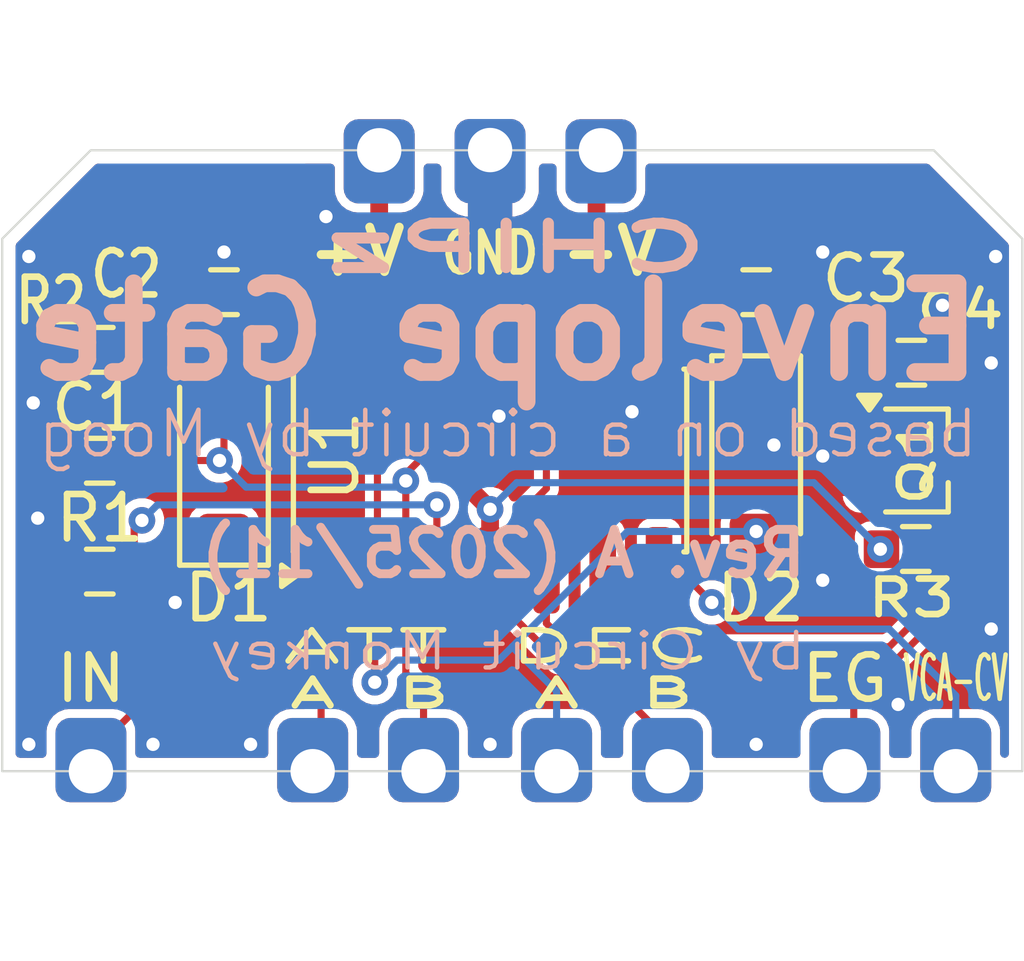
<source format=kicad_pcb>
(kicad_pcb (version 20241229) (generator "pcbnew") (generator_version "9.0")
  (title_block (title "CHIPz - Envelope Gate") (date "2025-11-04") (rev "A") (company "Circuit Monkey") (comment 1 "based on a Moog design"))
  (layers (0 "F.Cu" signal) (2 "B.Cu" signal) (13 "F.Paste" user) (15 "B.Paste" user) (5 "F.SilkS" user "F.Silkscreen") (7 "B.SilkS" user "B.Silkscreen") (1 "F.Mask" user) (3 "B.Mask" user) (25 "Edge.Cuts" user))
  (net 0 "")
  (net 1 "GND")
  (net 2 "Net-(D1-A)")
  (net 3 "+15V")
  (net 4 "-15V")
  (net 5 "Net-(D2-K)")
  (net 6 "Net-(U1A-+)")
  (net 7 "Net-(D1-K)")
  (net 8 "Net-(D2-A)")
  (net 9 "Net-(Q1-B)")
  (net 10 "Net-(Q1-C)")
  (net 11 "Net-(U1B--)")
  (footprint "CM_Resistor_Capacitor:C_0603_1608Metric" (layer "F.Cu") (at 144 96.2 180)
    (property "Reference" "C2" (at 2.2 0.4 0) (layer "F.SilkS") (effects (font (size 1 0.8))))
    (property "Value" "0.1uF")
    (fp_line (start -0.3 0.5) (end 0.3 0.5) (stroke (width 0.12)) (layer "F.SilkS"))
    (fp_line (start -0.3 -0.51) (end 0.3 -0.51) (stroke (width 0.12)) (layer "F.SilkS"))
    (pad "1" smd roundrect (at -0.775 0 180) (size 0.8 0.85) (layers "F.Cu" "F.Mask" "F.Paste") (roundrect_rratio 0.2) (net 3 "+15V"))
    (pad "2" smd roundrect (at 0.775 0 180) (size 0.8 0.85) (layers "F.Cu" "F.Mask" "F.Paste") (roundrect_rratio 0.2) (net 1 "GND"))
  )
  (footprint "CM_Resistor_Capacitor:C_0603_1608Metric" (layer "F.Cu") (at 159.5 97.8)
    (property "Reference" "C4" (at 1.1 -1.2 0) (layer "F.SilkS") (effects (font (size 0.8 1))))
    (property "Value" "1uF")
    (fp_line (start -0.3 -0.51) (end 0.3 -0.51) (stroke (width 0.12)) (layer "F.SilkS"))
    (fp_line (start -0.3 0.5) (end 0.3 0.5) (stroke (width 0.12)) (layer "F.SilkS"))
    (pad "1" smd roundrect (at -0.775 0) (size 0.8 0.85) (layers "F.Cu" "F.Mask" "F.Paste") (roundrect_rratio 0.2) (net 5 "Net-(D2-K)"))
    (pad "2" smd roundrect (at 0.775 0) (size 0.8 0.85) (layers "F.Cu" "F.Mask" "F.Paste") (roundrect_rratio 0.2) (net 1 "GND"))
  )
  (footprint "Diode_SMD:D_SOD-123" (layer "F.Cu") (at 156 100 -90)
    (property "Reference" "D2" (at 3.1 -0.1 180) (layer "F.SilkS"))
    (property "Value" "1N4148W")
    (fp_line (start -2.36 1) (end 1.65 1) (stroke (width 0.12)) (layer "F.SilkS"))
    (fp_line (start -2.36 -1) (end -2.36 1) (stroke (width 0.12)) (layer "F.SilkS"))
    (fp_line (start -2.36 -1) (end 1.65 -1) (stroke (width 0.12)) (layer "F.SilkS"))
    (pad "1" smd roundrect (at -1.65 0 270) (size 0.9 1.2) (layers "F.Cu" "F.Mask" "F.Paste") (net 5 "Net-(D2-K)"))
    (pad "2" smd roundrect (at 1.65 0 270) (size 0.9 1.2) (layers "F.Cu" "F.Mask" "F.Paste") (net 8 "Net-(D2-A)"))
  )
  (footprint "Package_TO_SOT_SMD:SOT-323_SC-70" (layer "F.Cu") (at 159.6 100)
    (property "Reference" "Q1" (at 0 0 90) (layer "F.SilkS") (effects (font (size 0.7 1))))
    (property "Value" "BC860W")
    (fp_line (start -0.68 -1.16) (end 0.73 -1.16) (stroke (width 0.12)) (layer "F.SilkS"))
    (fp_line (start -0.68 1.16) (end 0.73 1.16) (stroke (width 0.12)) (layer "F.SilkS"))
    (fp_line (start 0.73 -1.16) (end 0.73 -0.5) (stroke (width 0.12)) (layer "F.SilkS"))
    (fp_line (start 0.73 0.5) (end 0.73 1.16) (stroke (width 0.12)) (layer "F.SilkS"))
    (fp_poly (pts (xy -1.05 -1.14) (xy -1.29 -1.47) (xy -0.81 -1.47) (xy -1.05 -1.14)) (stroke (width 0.12)) (fill yes) (layer "F.SilkS"))
    (pad "1" smd roundrect (at -1 -0.65 270) (size 0.45 0.7) (layers "F.Cu" "F.Mask" "F.Paste") (net 9 "Net-(Q1-B)"))
    (pad "2" smd roundrect (at -1 0.65 270) (size 0.45 0.7) (layers "F.Cu" "F.Mask" "F.Paste") (net 1 "GND"))
    (pad "3" smd roundrect (at 1 0 270) (size 0.45 0.7) (layers "F.Cu" "F.Mask" "F.Paste") (net 10 "Net-(Q1-C)"))
  )
  (footprint "CM_Resistor_Capacitor:R_0603_1608Metric" (layer "F.Cu") (at 159.6 102)
    (property "Reference" "R3" (at -0.1 1.1 0) (layer "F.SilkS") (effects (font (size 0.8 1))))
    (property "Value" "100K")
    (fp_line (start -0.3 -0.51) (end 0.3 -0.51) (stroke (width 0.12)) (layer "F.SilkS"))
    (fp_line (start -0.3 0.5) (end 0.3 0.5) (stroke (width 0.12)) (layer "F.SilkS"))
    (pad "1" smd roundrect (at -0.775 0) (size 0.8 0.85) (layers "F.Cu" "F.Mask" "F.Paste") (roundrect_rratio 0.2) (net 3 "+15V"))
    (pad "2" smd roundrect (at 0.775 0) (size 0.8 0.85) (layers "F.Cu" "F.Mask" "F.Paste") (roundrect_rratio 0.2) (net 10 "Net-(Q1-C)"))
  )
  (footprint "CM_Resistor_Capacitor:C_0603_1608Metric" (layer "F.Cu") (at 156 96.2 180)
    (property "Reference" "C3" (at -2.475 0.3 0) (layer "F.SilkS"))
    (property "Value" "0.1uF")
    (fp_line (start -0.3 0.5) (end 0.3 0.5) (stroke (width 0.12)) (layer "F.SilkS"))
    (fp_line (start -0.3 -0.51) (end 0.3 -0.51) (stroke (width 0.12)) (layer "F.SilkS"))
    (pad "1" smd roundrect (at -0.775 0 180) (size 0.8 0.85) (layers "F.Cu" "F.Mask" "F.Paste") (roundrect_rratio 0.2) (net 1 "GND"))
    (pad "2" smd roundrect (at 0.775 0 180) (size 0.8 0.85) (layers "F.Cu" "F.Mask" "F.Paste") (roundrect_rratio 0.2) (net 4 "-15V"))
  )
  (footprint "Diode_SMD:D_SOD-123" (layer "F.Cu") (at 144 100 90)
    (property "Reference" "D1" (at -3.1 0.1 180) (layer "F.SilkS"))
    (property "Value" "1N4148W")
    (fp_line (start -2.36 -1) (end 1.65 -1) (stroke (width 0.12)) (layer "F.SilkS"))
    (fp_line (start -2.36 -1) (end -2.36 1) (stroke (width 0.12)) (layer "F.SilkS"))
    (fp_line (start -2.36 1) (end 1.65 1) (stroke (width 0.12)) (layer "F.SilkS"))
    (pad "1" smd roundrect (at -1.65 0 90) (size 0.9 1.2) (layers "F.Cu" "F.Mask" "F.Paste") (net 7 "Net-(D1-K)"))
    (pad "2" smd roundrect (at 1.65 0 90) (size 0.9 1.2) (layers "F.Cu" "F.Mask" "F.Paste") (net 2 "Net-(D1-A)"))
  )
  (footprint "CM_Connector_Castelated:cast-2.0-01P" (layer "F.Cu") (at 151.5 107.005 -90)
    (property "Reference" "CST7" (hide yes))
    (property "Value" "DEC-A")
    (pad "1" thru_hole roundrect (at 0 0 270) (size 1.9 1.6) (drill 1 (offset -0.25 0)) (layers "*.Cu" "*.Mask") (roundrect_rratio 0.2083333333) (net 8 "Net-(D2-A)"))
  )
  (footprint "CM_Resistor_Capacitor:R_0603_1608Metric" (layer "F.Cu") (at 141.2 97.5 180)
    (property "Reference" "R2" (at 1.1 1.1 0) (layer "F.SilkS") (effects (font (size 1 0.8))))
    (property "Value" "1M")
    (fp_line (start -0.3 0.5) (end 0.3 0.5) (stroke (width 0.12)) (layer "F.SilkS"))
    (fp_line (start -0.3 -0.51) (end 0.3 -0.51) (stroke (width 0.12)) (layer "F.SilkS"))
    (pad "1" smd roundrect (at -0.775 0 180) (size 0.8 0.85) (layers "F.Cu" "F.Mask" "F.Paste") (roundrect_rratio 0.2) (net 8 "Net-(D2-A)"))
    (pad "2" smd roundrect (at 0.775 0 180) (size 0.8 0.85) (layers "F.Cu" "F.Mask" "F.Paste") (roundrect_rratio 0.2) (net 1 "GND"))
  )
  (footprint "CM_Connector_Castelated:cast-2.0-01P" (layer "F.Cu") (at 146 107.005 -90)
    (property "Reference" "CST5" (hide yes))
    (property "Value" "AT-A")
    (pad "1" thru_hole roundrect (at 0 0 270) (size 1.9 1.6) (drill 1 (offset -0.25 0)) (layers "*.Cu" "*.Mask") (roundrect_rratio 0.2083333333) (net 7 "Net-(D1-K)"))
  )
  (footprint "CM_Connector_Castelated:cast-2.0-01P" (layer "F.Cu") (at 152.5 93.005 90)
    (property "Reference" "CST4" (hide yes))
    (property "Value" "-V" (at -1.695 0.2 180) (layer "F.SilkS") (effects (font (thickness 0.2)) (justify top)))
    (pad "1" thru_hole roundrect (at 0 0 90) (size 1.9 1.6) (drill 1 (offset -0.25 0)) (layers "*.Cu" "*.Mask") (roundrect_rratio 0.2083333333) (net 4 "-15V"))
  )
  (footprint "CM_Connector_Castelated:cast-2.0-01P" (layer "F.Cu") (at 148.5 107.005 -90)
    (property "Reference" "CST6" (hide yes))
    (property "Value" "AT-B")
    (pad "1" thru_hole roundrect (at 0 0 270) (size 1.9 1.6) (drill 1 (offset -0.25 0)) (layers "*.Cu" "*.Mask") (roundrect_rratio 0.2083333333) (net 2 "Net-(D1-A)"))
  )
  (footprint "Package_SO:SO-14_3.9x8.65mm_P1.27mm" (layer "F.Cu") (at 150 100 90)
    (property "Reference" "U1" (at 0.1 -3.5 90) (layer "F.SilkS"))
    (property "Value" "TL074")
    (fp_line (start 2.06 -4.435) (end 2.06 -4.37) (stroke (width 0.12)) (layer "F.SilkS"))
    (fp_line (start -2.06 -4.435) (end 2.06 -4.435) (stroke (width 0.12)) (layer "F.SilkS"))
    (fp_line (start -2.06 -4.37) (end -2.06 -4.435) (stroke (width 0.12)) (layer "F.SilkS"))
    (fp_line (start 2.06 4.37) (end 2.06 4.435) (stroke (width 0.12)) (layer "F.SilkS"))
    (fp_line (start 2.06 4.435) (end -2.06 4.435) (stroke (width 0.12)) (layer "F.SilkS"))
    (fp_line (start -2.06 4.435) (end -2.06 4.37) (stroke (width 0.12)) (layer "F.SilkS"))
    (fp_poly (pts (xy -2.6 -4.37) (xy -2.84 -4.7) (xy -2.36 -4.7)) (stroke (width 0.12)) (fill yes) (layer "F.SilkS"))
    (pad "1" smd roundrect (at -2.475 -3.81 90) (size 1.95 0.6) (layers "F.Cu" "F.Mask" "F.Paste") (net 7 "Net-(D1-K)"))
    (pad "2" smd roundrect (at -2.475 -2.54 90) (size 1.95 0.6) (layers "F.Cu" "F.Mask" "F.Paste") (net 8 "Net-(D2-A)"))
    (pad "3" smd roundrect (at -2.475 -1.27 90) (size 1.95 0.6) (layers "F.Cu" "F.Mask" "F.Paste") (net 6 "Net-(U1A-+)"))
    (pad "4" smd roundrect (at -2.475 0 90) (size 1.95 0.6) (layers "F.Cu" "F.Mask" "F.Paste") (net 3 "+15V"))
    (pad "5" smd roundrect (at -2.475 1.27 90) (size 1.95 0.6) (layers "F.Cu" "F.Mask" "F.Paste") (net 10 "Net-(Q1-C)"))
    (pad "6" smd roundrect (at -2.475 2.54 90) (size 1.95 0.6) (layers "F.Cu" "F.Mask" "F.Paste") (net 11 "Net-(U1B--)"))
    (pad "7" smd roundrect (at -2.475 3.81 90) (size 1.95 0.6) (layers "F.Cu" "F.Mask" "F.Paste") (net 11 "Net-(U1B--)"))
    (pad "8" smd roundrect (at 2.475 3.81 90) (size 1.95 0.6) (layers "F.Cu" "F.Mask" "F.Paste") (net 9 "Net-(Q1-B)"))
    (pad "9" smd roundrect (at 2.475 2.54 90) (size 1.95 0.6) (layers "F.Cu" "F.Mask" "F.Paste") (net 9 "Net-(Q1-B)"))
    (pad "10" smd roundrect (at 2.475 1.27 90) (size 1.95 0.6) (layers "F.Cu" "F.Mask" "F.Paste") (net 5 "Net-(D2-K)"))
    (pad "11" smd roundrect (at 2.475 0 90) (size 1.95 0.6) (layers "F.Cu" "F.Mask" "F.Paste") (net 4 "-15V"))
    (pad "12" smd roundrect (at 2.475 -1.27 90) (size 1.95 0.6) (layers "F.Cu" "F.Mask" "F.Paste") (net 2 "Net-(D1-A)"))
    (pad "13" smd roundrect (at 2.475 -2.54 90) (size 1.95 0.6) (layers "F.Cu" "F.Mask" "F.Paste") (net 8 "Net-(D2-A)"))
    (pad "14" smd roundrect (at 2.475 -3.81 90) (size 1.95 0.6) (layers "F.Cu" "F.Mask" "F.Paste") (net 8 "Net-(D2-A)"))
  )
  (footprint "CM_Connector_Castelated:cast-2.0-01P" (layer "F.Cu") (at 154 107.005 -90)
    (property "Reference" "CST8" (hide yes))
    (property "Value" "DEC-B")
    (pad "1" thru_hole roundrect (at 0 0 270) (size 1.9 1.6) (drill 1 (offset -0.25 0)) (layers "*.Cu" "*.Mask") (roundrect_rratio 0.2083333333) (net 5 "Net-(D2-K)"))
  )
  (footprint "CM_Connector_Castelated:cast-2.0-01P" (layer "F.Cu") (at 160.5 107.005 -90)
    (property "Reference" "CST10" (hide yes))
    (property "Value" "VCA-CV" (at -1.505 0 0) (layer "F.SilkS") (effects (font (size 1 0.4) (thickness 0.1) (bold yes)) (justify bottom)))
    (pad "1" thru_hole roundrect (at 0 0 270) (size 1.9 1.6) (drill 1 (offset -0.25 0)) (layers "*.Cu" "*.Mask") (roundrect_rratio 0.2083333333) (net 11 "Net-(U1B--)"))
  )
  (footprint "CM_Connector_Castelated:cast-2.0-01P" (layer "F.Cu") (at 141 107.005 -90)
    (property "Reference" "CST1" (hide yes))
    (property "Value" "IN" (at -1.505 0 180) (layer "F.SilkS") (effects (justify bottom)))
    (pad "1" thru_hole roundrect (at 0 0 270) (size 1.9 1.6) (drill 1 (offset -0.25 0)) (layers "*.Cu" "*.Mask") (roundrect_rratio 0.2083333333) (net 6 "Net-(U1A-+)"))
  )
  (footprint "CM_Connector_Castelated:cast-2.0-01P" (layer "F.Cu") (at 158 107.005 -90)
    (property "Reference" "CST9" (hide yes))
    (property "Value" "EG" (at -1.505 0 0) (layer "F.SilkS") (effects (justify bottom)))
    (pad "1" thru_hole roundrect (at 0 0 270) (size 1.9 1.6) (drill 1 (offset -0.25 0)) (layers "*.Cu" "*.Mask") (roundrect_rratio 0.2083333333) (net 9 "Net-(Q1-B)"))
  )
  (footprint "CM_Connector_Castelated:cast-2.0-01P" (layer "F.Cu") (at 147.5 93.005 90)
    (property "Reference" "CST2" (hide yes))
    (property "Value" "+V" (at -1.695 -0.5 180) (layer "F.SilkS") (effects (font (thickness 0.2)) (justify top)))
    (pad "1" thru_hole roundrect (at 0 0 90) (size 1.9 1.6) (drill 1 (offset -0.25 0)) (layers "*.Cu" "*.Mask") (roundrect_rratio 0.2083333333) (net 3 "+15V"))
  )
  (footprint "CM_Resistor_Capacitor:R_0603_1608Metric" (layer "F.Cu") (at 141.2 102.5 180)
    (property "Reference" "R1" (at 0 1.2 0) (layer "F.SilkS"))
    (property "Value" "1M")
    (fp_line (start -0.3 0.5) (end 0.3 0.5) (stroke (width 0.12)) (layer "F.SilkS"))
    (fp_line (start -0.3 -0.51) (end 0.3 -0.51) (stroke (width 0.12)) (layer "F.SilkS"))
    (pad "1" smd roundrect (at -0.775 0 180) (size 0.8 0.85) (layers "F.Cu" "F.Mask" "F.Paste") (roundrect_rratio 0.2) (net 6 "Net-(U1A-+)"))
    (pad "2" smd roundrect (at 0.775 0 180) (size 0.8 0.85) (layers "F.Cu" "F.Mask" "F.Paste") (roundrect_rratio 0.2) (net 1 "GND"))
  )
  (footprint "CM_Connector_Castelated:cast-2.0-01P" (layer "F.Cu") (at 150 93 90)
    (property "Reference" "CST3" (hide yes))
    (property "Value" "GND" (at -1.8 0 180) (layer "F.SilkS") (effects (font (size 0.9 0.7)) (justify top)))
    (pad "1" thru_hole roundrect (at 0 0 90) (size 1.9 1.6) (drill 1 (offset -0.25 0)) (layers "*.Cu" "*.Mask") (roundrect_rratio 0.2083333333) (net 1 "GND") (thermal_bridge_width 1))
  )
  (footprint "CM_Resistor_Capacitor:C_0603_1608Metric" (layer "F.Cu") (at 141.2 100 180)
    (property "Reference" "C1" (at 0.1 1.2 0) (layer "F.SilkS"))
    (property "Value" "1uF")
    (fp_line (start -0.3 0.5) (end 0.3 0.5) (stroke (width 0.12)) (layer "F.SilkS"))
    (fp_line (start -0.3 -0.51) (end 0.3 -0.51) (stroke (width 0.12)) (layer "F.SilkS"))
    (pad "1" smd roundrect (at -0.775 0 180) (size 0.8 0.85) (layers "F.Cu" "F.Mask" "F.Paste") (roundrect_rratio 0.2) (net 2 "Net-(D1-A)"))
    (pad "2" smd roundrect (at 0.775 0 180) (size 0.8 0.85) (layers "F.Cu" "F.Mask" "F.Paste") (roundrect_rratio 0.2) (net 1 "GND"))
  )
  (gr_poly (pts (xy 160.005 93.005) (xy 162 95) (xy 162 107.005) (xy 139 107.005) (xy 139 95) (xy 140.995 93.005)) (stroke (width 0.05)) (fill no) (layer "Edge.Cuts"))
  (gr_text "Envelope" (at 143.5 93.46 0) (layer "F.Cu" knockout) (effects (font (size 1 0.7) (thickness 0.15) (bold yes)) (justify top)))
  (gr_text "Gate" (at 157.3 93.48 0) (layer "F.Cu" knockout) (effects (font (size 1 1) (thickness 0.2) (bold yes)) (justify top)))
  (gr_text "B" (at 148.5 105.6 0) (layer "F.SilkS") (effects (font (size 0.6 1.2) (thickness 0.15) (bold yes)) (justify bottom)))
  (gr_text "DEC" (at 152.7 104.2 0) (layer "F.SilkS") (effects (font (size 0.7 1.6) (thickness 0.127) (bold yes))))
  (gr_text "B" (at 154 105.6 0) (layer "F.SilkS") (effects (font (size 0.6 1.2) (thickness 0.15) (bold yes)) (justify bottom)))
  (gr_text "A" (at 151.5 105.6 0) (layer "F.SilkS") (effects (font (size 0.6 1.2) (thickness 0.15) (bold yes)) (justify bottom)))
  (gr_text "A" (at 146 105.6 0) (layer "F.SilkS") (effects (font (size 0.6 1.2) (thickness 0.15) (bold yes)) (justify bottom)))
  (gr_text "ATT" (at 147.2 104.2 0) (layer "F.SilkS") (effects (font (size 0.7 1.6) (thickness 0.127) (bold yes))))
  (gr_text "Rev. A (2025/11)" (at 150.3 102.1 0) (layer "B.SilkS") (effects (font (size 1 1) (thickness 0.2) (bold yes)) (justify mirror)))
  (gr_text "based on a circuit by Moog" (at 150.4 99.4 0) (layer "B.SilkS") (effects (font (size 1 1) (thickness 0.1)) (justify mirror)))
  (gr_text "CHIPz" (at 150.6 95.2 0) (layer "B.SilkS") (effects (font (size 1 2) (thickness 0.25) (bold yes)) (justify mirror)))
  (gr_text "by Circuit Monkey" (at 150.4 104.3 0) (layer "B.SilkS") (effects (font (size 0.8 1) (thickness 0.1)) (justify mirror)))
  (gr_text "Envelope Gate" (at 150.3 97.1 0) (layer "B.SilkS") (effects (font (size 2 2) (thickness 0.4) (bold yes)) (justify mirror)))
  (via (at 142.9 103.2) (size 0.6) (drill 0.3) (layers "F.Cu" "B.Cu") (net 1))
  (via (at 153.2 98.9) (size 0.6) (drill 0.3) (layers "F.Cu" "B.Cu") (net 1))
  (via (at 157.5 95.3) (size 0.6) (drill 0.3) (layers "F.Cu" "B.Cu") (net 1))
  (via (at 157.5 99.9) (size 0.6) (drill 0.3) (layers "F.Cu" "B.Cu") (net 1))
  (via (at 161.3 103.8) (size 0.6) (drill 0.3) (layers "F.Cu" "B.Cu") (net 1))
  (via (at 160.2 96.5) (size 0.6) (drill 0.3) (layers "F.Cu" "B.Cu") (net 1))
  (via (at 139.7 98.7) (size 0.6) (drill 0.3) (layers "F.Cu" "B.Cu") (net 1))
  (via (at 146.3 94.5) (size 0.6) (drill 0.3) (layers "F.Cu" "B.Cu") (net 1))
  (via (at 156.4 99.65) (size 0.6) (drill 0.3) (layers "F.Cu" "B.Cu") (net 1))
  (via (at 161.3 97.8) (size 0.6) (drill 0.3) (layers "F.Cu" "B.Cu") (net 1))
  (via (at 161.4 95.4) (size 0.6) (drill 0.3) (layers "F.Cu" "B.Cu") (net 1))
  (via (at 142.4 106.4) (size 0.6) (drill 0.3) (layers "F.Cu" "B.Cu") (net 1))
  (via (at 139.6 106.4) (size 0.6) (drill 0.3) (layers "F.Cu" "B.Cu") (net 1))
  (via (at 139.8 101.3) (size 0.6) (drill 0.3) (layers "F.Cu" "B.Cu") (net 1))
  (via (at 157.5 102.7) (size 0.6) (drill 0.3) (layers "F.Cu" "B.Cu") (net 1))
  (via (at 144.6 106.4) (size 0.6) (drill 0.3) (layers "F.Cu" "B.Cu") (net 1))
  (via (at 150.2 99) (size 0.6) (drill 0.3) (layers "F.Cu" "B.Cu") (net 1))
  (via (at 150 106.4) (size 0.6) (drill 0.3) (layers "F.Cu" "B.Cu") (net 1))
  (via (at 156 106.4) (size 0.6) (drill 0.3) (layers "F.Cu" "B.Cu") (net 1))
  (via (at 139.6 95.4) (size 0.6) (drill 0.3) (layers "F.Cu" "B.Cu") (net 1))
  (via (at 144 95.3) (size 0.6) (drill 0.3) (layers "F.Cu" "B.Cu") (net 1))
  (via (at 159.2 105.5) (size 0.6) (drill 0.3) (layers "F.Cu" "B.Cu") (net 1))
  (segment (start 148.73 99.67) (end 148.73 97.525) (width 0.16) (layer "F.Cu") (net 2))
  (segment (start 148.1 104.8) (end 148.5 105.2) (width 0.16) (layer "F.Cu") (net 2))
  (segment (start 144 99.9) (end 143.9 100) (width 0.16) (layer "F.Cu") (net 2))
  (segment (start 144 98.35) (end 144 99.9) (width 0.16) (layer "F.Cu") (net 2))
  (segment (start 143.9 100) (end 141.975 100) (width 0.16) (layer "F.Cu") (net 2))
  (segment (start 148.1 100.3) (end 148.73 99.67) (width 0.16) (layer "F.Cu") (net 2))
  (segment (start 148.1 100.46) (end 148.1 104.8) (width 0.16) (layer "F.Cu") (net 2))
  (segment (start 148.5 105.2) (end 148.5 106.624) (width 0.16) (layer "F.Cu") (net 2))
  (segment (start 148.1 100.46) (end 148.1 100.3) (width 0.16) (layer "F.Cu") (net 2))
  (via (at 143.9 100) (size 0.6) (drill 0.3) (layers "F.Cu" "B.Cu") (net 2))
  (via (at 148.1 100.46) (size 0.6) (drill 0.3) (layers "F.Cu" "B.Cu") (net 2))
  (segment (start 148.1 100.46) (end 147.96 100.6) (width 0.16) (layer "B.Cu") (net 2))
  (segment (start 147.96 100.6) (end 144.5 100.6) (width 0.16) (layer "B.Cu") (net 2))
  (segment (start 144.5 100.6) (end 143.9 100) (width 0.16) (layer "B.Cu") (net 2))
  (segment (start 149.3 100.4) (end 150 101.1) (width 0.4) (layer "F.Cu") (net 3))
  (segment (start 149.341 96.341) (end 148.9 95.9) (width 0.3) (layer "F.Cu") (net 3))
  (segment (start 150 101.1) (end 150 102.475) (width 0.4) (layer "F.Cu") (net 3))
  (segment (start 149.341 98.859) (end 149.341 96.341) (width 0.3) (layer "F.Cu") (net 3))
  (segment (start 148.5 95.5) (end 147.5 95.5) (width 0.4) (layer "F.Cu") (net 3))
  (segment (start 148.9 95.9) (end 148.5 95.5) (width 0.4) (layer "F.Cu") (net 3))
  (segment (start 147.5 95.5) (end 145.475 95.5) (width 0.4) (layer "F.Cu") (net 3))
  (segment (start 158.825 102) (end 158.8 102) (width 0.16) (layer "F.Cu") (net 3))
  (segment (start 147.5 95.5) (end 147.5 93.506) (width 0.4) (layer "F.Cu") (net 3))
  (segment (start 145.475 95.5) (end 144.775 96.2) (width 0.4) (layer "F.Cu") (net 3))
  (segment (start 149.3 98.9) (end 149.341 98.859) (width 0.3) (layer "F.Cu") (net 3))
  (segment (start 149.3 98.9) (end 149.3 100.4) (width 0.4) (layer "F.Cu") (net 3))
  (via (at 158.8 102) (size 0.6) (drill 0.3) (layers "F.Cu" "B.Cu") (net 3))
  (via (at 150 101.1) (size 0.6) (drill 0.3) (layers "F.Cu" "B.Cu") (net 3))
  (segment (start 158.8 102) (end 157.3 100.5) (width 0.16) (layer "B.Cu") (net 3))
  (segment (start 157.3 100.5) (end 150.6 100.5) (width 0.16) (layer "B.Cu") (net 3))
  (segment (start 150.6 100.5) (end 150 101.1) (width 0.16) (layer "B.Cu") (net 3))
  (segment (start 154.625 95.6) (end 152.4 95.6) (width 0.6) (layer "F.Cu") (net 4))
  (segment (start 152.3 95.7) (end 152.4 95.6) (width 0.4) (layer "F.Cu") (net 4))
  (segment (start 150.67031 95.7) (end 152.3 95.7) (width 0.4) (layer "F.Cu") (net 4))
  (segment (start 152.4 93.506) (end 152.5 93.506) (width 0.4) (layer "F.Cu") (net 4))
  (segment (start 150 97.525) (end 150 96.37031) (width 0.4) (layer "F.Cu") (net 4))
  (segment (start 150 96.37031) (end 150.67031 95.7) (width 0.4) (layer "F.Cu") (net 4))
  (segment (start 155.225 96.2) (end 154.625 95.6) (width 0.6) (layer "F.Cu") (net 4))
  (segment (start 152.4 95.6) (end 152.4 93.506) (width 0.4) (layer "F.Cu") (net 4))
  (segment (start 155.65 98.7) (end 156 98.35) (width 0.16) (layer "F.Cu") (net 5))
  (segment (start 154.5 98.4) (end 154.8 98.7) (width 0.16) (layer "F.Cu") (net 5))
  (segment (start 151.27 97.525) (end 151.27 100.63) (width 0.16) (layer "F.Cu") (net 5))
  (segment (start 150.541 101.359) (end 150.541 103.541) (width 0.16) (layer "F.Cu") (net 5))
  (segment (start 154.8 98.7) (end 155.65 98.7) (width 0.16) (layer "F.Cu") (net 5))
  (segment (start 150.541 103.541) (end 151.541 104.541) (width 0.16) (layer "F.Cu") (net 5))
  (segment (start 151.541 104.541) (end 152.241 104.541) (width 0.16) (layer "F.Cu") (net 5))
  (segment (start 152.241 104.541) (end 154 106.3) (width 0.16) (layer "F.Cu") (net 5))
  (segment (start 151.27 100.63) (end 150.541 101.359) (width 0.16) (layer "F.Cu") (net 5))
  (segment (start 154.1 96.2) (end 154.5 96.6) (width 0.16) (layer "F.Cu") (net 5))
  (segment (start 151.27 96.33) (end 151.4 96.2) (width 0.16) (layer "F.Cu") (net 5))
  (segment (start 151.4 96.2) (end 154.1 96.2) (width 0.16) (layer "F.Cu") (net 5))
  (segment (start 157.825 98.7) (end 158.725 97.8) (width 0.16) (layer "F.Cu") (net 5))
  (segment (start 151.27 97.525) (end 151.27 96.33) (width 0.16) (layer "F.Cu") (net 5))
  (segment (start 154.5 96.6) (end 154.5 98.4) (width 0.16) (layer "F.Cu") (net 5))
  (segment (start 156 98.35) (end 156.35 98.7) (width 0.16) (layer "F.Cu") (net 5))
  (segment (start 156.35 98.7) (end 157.825 98.7) (width 0.16) (layer "F.Cu") (net 5))
  (segment (start 154 106.3) (end 154 106.624) (width 0.16) (layer "F.Cu") (net 5))
  (segment (start 148.8 102.405) (end 148.73 102.475) (width 0.16) (layer "F.Cu") (net 6))
  (segment (start 141.975 102.5) (end 141.975 105.649) (width 0.16) (layer "F.Cu") (net 6))
  (segment (start 148.8 101) (end 148.8 102.405) (width 0.16) (layer "F.Cu") (net 6))
  (segment (start 141.975 105.649) (end 141 106.624) (width 0.16) (layer "F.Cu") (net 6))
  (segment (start 142.15 101.35) (end 141.975 101.525) (width 0.16) (layer "F.Cu") (net 6))
  (segment (start 141.975 101.525) (end 141.975 102.5) (width 0.16) (layer "F.Cu") (net 6))
  (via (at 142.15 101.35) (size 0.6) (drill 0.3) (layers "F.Cu" "B.Cu") (net 6))
  (via (at 148.8 101) (size 0.6) (drill 0.3) (layers "F.Cu" "B.Cu") (net 6))
  (segment (start 142.15 101.35) (end 142.5 101) (width 0.16) (layer "B.Cu") (net 6))
  (segment (start 142.5 101) (end 148.8 101) (width 0.16) (layer "B.Cu") (net 6))
  (segment (start 145.675 102.475) (end 146.19 102.475) (width 0.16) (layer "F.Cu") (net 7))
  (segment (start 146.19 102.475) (end 146.19 106.624) (width 0.16) (layer "F.Cu") (net 7))
  (segment (start 146.19 106.624) (end 146 106.624) (width 0.16) (layer "F.Cu") (net 7))
  (segment (start 144.85 101.65) (end 145.675 102.475) (width 0.16) (layer "F.Cu") (net 7))
  (segment (start 144 101.65) (end 144.85 101.65) (width 0.16) (layer "F.Cu") (net 7))
  (segment (start 146.165 97.5) (end 146.19 97.525) (width 0.16) (layer "F.Cu") (net 8))
  (segment (start 141.975 97.5) (end 146.165 97.5) (width 0.16) (layer "F.Cu") (net 8))
  (segment (start 156 101.65) (end 156 101.6) (width 0.16) (layer "F.Cu") (net 8))
  (segment (start 147.4 103.96) (end 147.46 103.9) (width 0.16) (layer "F.Cu") (net 8))
  (segment (start 147.4 105) (end 147.4 103.96) (width 0.16) (layer "F.Cu") (net 8))
  (segment (start 146.19 97.525) (end 147.46 97.525) (width 0.16) (layer "F.Cu") (net 8))
  (segment (start 147.46 97.525) (end 147.46 102.475) (width 0.16) (layer "F.Cu") (net 8))
  (segment (start 147.46 103.9) (end 147.46 102.475) (width 0.16) (layer "F.Cu") (net 8))
  (via (at 147.4 105) (size 0.6) (drill 0.3) (layers "F.Cu" "B.Cu") (net 8))
  (via (at 156 101.6) (size 0.6) (drill 0.3) (layers "F.Cu" "B.Cu") (net 8))
  (segment (start 147.9 104.5) (end 150.2 104.5) (width 0.16) (layer "B.Cu") (net 8))
  (segment (start 150.2 104.5) (end 150.5 104.2) (width 0.16) (layer "B.Cu") (net 8))
  (segment (start 153.1 101.6) (end 150.5 104.2) (width 0.16) (layer "B.Cu") (net 8))
  (segment (start 150.5 104.2) (end 151.5 105.2) (width 0.16) (layer "B.Cu") (net 8))
  (segment (start 147.4 105) (end 147.9 104.5) (width 0.16) (layer "B.Cu") (net 8))
  (segment (start 151.5 105.2) (end 151.5 106.624) (width 0.16) (layer "B.Cu") (net 8))
  (segment (start 156 101.6) (end 153.1 101.6) (width 0.16) (layer "B.Cu") (net 8))
  (segment (start 161.2 102.453963) (end 158.2 105.453963) (width 0.16) (layer "F.Cu") (net 9))
  (segment (start 161.2 99.6) (end 161.2 102.453963) (width 0.16) (layer "F.Cu") (net 9))
  (segment (start 158.6 99.35) (end 158.75 99.5) (width 0.16) (layer "F.Cu") (net 9))
  (segment (start 158.141 99.041) (end 154.641 99.041) (width 0.16) (layer "F.Cu") (net 9))
  (segment (start 153.81 98.21) (end 153.81 97.525) (width 0.16) (layer "F.Cu") (net 9))
  (segment (start 158.6 99.35) (end 158.45 99.35) (width 0.16) (layer "F.Cu") (net 9))
  (segment (start 158.75 99.5) (end 161.1 99.5) (width 0.16) (layer "F.Cu") (net 9))
  (segment (start 154.641 99.041) (end 153.81 98.21) (width 0.16) (layer "F.Cu") (net 9))
  (segment (start 161.1 99.5) (end 161.2 99.6) (width 0.16) (layer "F.Cu") (net 9))
  (segment (start 152.54 97.525) (end 153.81 97.525) (width 0.16) (layer "F.Cu") (net 9))
  (segment (start 158.45 99.35) (end 158.141 99.041) (width 0.16) (layer "F.Cu") (net 9))
  (segment (start 158.2 106.624) (end 158 106.624) (width 0.16) (layer "F.Cu") (net 9))
  (segment (start 158.2 105.453963) (end 158.2 106.624) (width 0.16) (layer "F.Cu") (net 9))
  (segment (start 159 104.2) (end 160.375 102.825) (width 0.16) (layer "F.Cu") (net 10))
  (segment (start 151.27 102.475) (end 151.27 103.67) (width 0.16) (layer "F.Cu") (net 10))
  (segment (start 160.375 102.825) (end 160.375 102) (width 0.16) (layer "F.Cu") (net 10))
  (segment (start 151.8 104.2) (end 159 104.2) (width 0.16) (layer "F.Cu") (net 10))
  (segment (start 151.27 103.67) (end 151.8 104.2) (width 0.16) (layer "F.Cu") (net 10))
  (segment (start 160.375 100.225) (end 160.6 100) (width 0.16) (layer "F.Cu") (net 10))
  (segment (start 160.375 102) (end 160.375 100.225) (width 0.16) (layer "F.Cu") (net 10))
  (segment (start 152.54 102.475) (end 153.81 102.475) (width 0.16) (layer "F.Cu") (net 11))
  (segment (start 154.275 102.475) (end 155 103.2) (width 0.16) (layer "F.Cu") (net 11))
  (segment (start 153.81 102.475) (end 154.275 102.475) (width 0.16) (layer "F.Cu") (net 11))
  (via (at 155 103.2) (size 0.6) (drill 0.3) (layers "F.Cu" "B.Cu") (net 11))
  (segment (start 160.5 105.3) (end 160.5 106.604) (width 0.16) (layer "B.Cu") (net 11))
  (segment (start 155.6 103.8) (end 159 103.8) (width 0.16) (layer "B.Cu") (net 11))
  (segment (start 159 103.8) (end 160.5 105.3) (width 0.16) (layer "B.Cu") (net 11))
  (segment (start 155 103.2) (end 155.6 103.8) (width 0.16) (layer "B.Cu") (net 11))
  (zone (net 1) (net_name "GND") (layers "F.Cu" "B.Cu") (connect_pads (clearance 0.2)) (min_thickness 0.2) (fill yes (thermal_gap 0.3) (thermal_bridge_width 0.3))
    (polygon (pts (xy 140.995 93.005) (xy 160.005 93.005) (xy 162 95) (xy 162 107.005) (xy 139 107.005) (xy 139 95)))
  )
)
</source>
